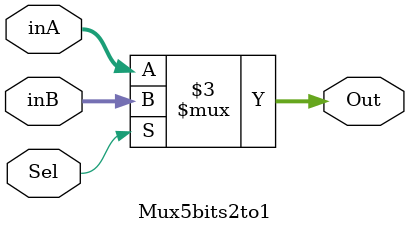
<source format=v>

`timescale 1ns / 1ps



module Mux5bits2to1(inA, inB, Sel, Out);
    
    input [4:0] inA;
    input [4:0] inB;
    input Sel;
    output reg [4:0] Out;

    
    always @(Sel)begin
        if(Sel)begin
            Out <= inB;
        end
        else begin
            Out <= inA;
        end
    
    end

endmodule

</source>
